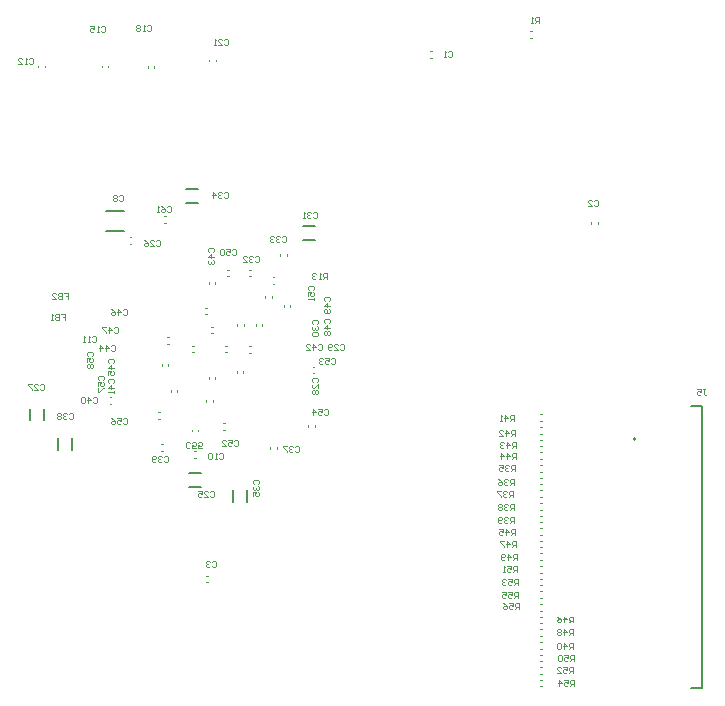
<source format=gbo>
G04*
G04 #@! TF.GenerationSoftware,Altium Limited,Altium Designer,20.1.11 (218)*
G04*
G04 Layer_Color=32896*
%FSLAX25Y25*%
%MOIN*%
G70*
G04*
G04 #@! TF.SameCoordinates,79C4E474-355B-46CA-A0E8-57BC19F8BC65*
G04*
G04*
G04 #@! TF.FilePolarity,Positive*
G04*
G01*
G75*
%ADD10C,0.00787*%
%ADD11C,0.00600*%
%ADD17C,0.00300*%
%ADD18C,0.00500*%
%ADD23C,0.00400*%
D10*
X546136Y248039D02*
G03*
X546136Y248039I-394J0D01*
G01*
X369668Y324192D02*
X375573D01*
X369668Y317499D02*
X375573D01*
D11*
X397425Y236802D02*
X401362D01*
X397425Y232077D02*
X401362D01*
X411864Y227098D02*
Y231035D01*
X416588Y227098D02*
Y231035D01*
X435307Y314354D02*
X439244D01*
X435307Y319078D02*
X439244D01*
X396214Y331453D02*
X400151D01*
X396214Y326728D02*
X400151D01*
X358339Y244482D02*
Y248419D01*
X353614Y244482D02*
Y248419D01*
X344126Y254256D02*
Y258193D01*
X348850Y254256D02*
Y258193D01*
D17*
X402700Y289646D02*
X403300D01*
X402700Y291846D02*
X403300D01*
X404634Y283278D02*
X405234D01*
X404634Y285478D02*
X405234D01*
X409341Y276955D02*
X409941D01*
X409341Y279155D02*
X409941D01*
X390071Y282019D02*
X390671D01*
X390071Y279819D02*
X390671D01*
X398201Y276932D02*
X398801D01*
X398201Y279132D02*
X398801D01*
X405993Y268043D02*
Y268643D01*
X403793Y268043D02*
Y268643D01*
X403015Y260510D02*
Y261110D01*
X405215Y260510D02*
Y261110D01*
X388131Y272317D02*
Y272917D01*
X390331Y272317D02*
Y272917D01*
X391199Y263699D02*
Y264299D01*
X393399Y263699D02*
Y264299D01*
X387076Y256920D02*
X387676D01*
X387076Y254720D02*
X387676D01*
X370812Y259810D02*
X371412D01*
X370812Y262010D02*
X371412D01*
X387968Y244110D02*
X388568D01*
X387968Y246310D02*
X388568D01*
X400380Y250584D02*
Y251184D01*
X398180Y250584D02*
Y251184D01*
X398935Y241726D02*
X399535D01*
X398935Y243926D02*
X399535D01*
X426490Y244718D02*
Y245318D01*
X424290Y244718D02*
Y245318D01*
X408700Y251061D02*
X409300D01*
X408700Y253261D02*
X409300D01*
X439157Y251958D02*
Y252558D01*
X436957Y251958D02*
Y252558D01*
X415420Y269968D02*
Y270568D01*
X413220Y269968D02*
Y270568D01*
X438481Y269909D02*
X439081D01*
X438481Y272109D02*
X439081D01*
X417329Y279051D02*
X417929D01*
X417329Y276851D02*
X417929D01*
X415562Y285784D02*
Y286384D01*
X413362Y285784D02*
Y286384D01*
X419472Y285727D02*
Y286327D01*
X421672Y285727D02*
Y286327D01*
X431110Y292049D02*
Y292649D01*
X428910Y292049D02*
Y292649D01*
X422657Y295008D02*
Y295608D01*
X424857Y295008D02*
Y295608D01*
X425125Y302000D02*
X425725D01*
X425125Y299800D02*
X425725D01*
X406007Y299656D02*
Y300256D01*
X403807Y299656D02*
Y300256D01*
X409976Y304426D02*
X410576D01*
X409976Y302226D02*
X410576D01*
X417403Y304499D02*
X418003D01*
X417403Y302299D02*
X418003D01*
X427697Y309178D02*
Y309778D01*
X429897Y309178D02*
Y309778D01*
X377479Y313048D02*
X378079D01*
X377479Y315248D02*
X378079D01*
X389050Y320032D02*
X389650D01*
X389050Y322232D02*
X389650D01*
X403981Y373925D02*
Y374525D01*
X406181Y373925D02*
Y374525D01*
X383486Y371777D02*
Y372377D01*
X385686Y371777D02*
Y372377D01*
X368194Y371952D02*
Y372552D01*
X370394Y371952D02*
Y372552D01*
X347015Y371941D02*
Y372541D01*
X349215Y371941D02*
Y372541D01*
X477528Y377230D02*
X478128D01*
X477528Y375030D02*
X478128D01*
X510883Y381713D02*
X511482D01*
X510883Y383913D02*
X511482D01*
X531351Y319770D02*
Y320370D01*
X533551Y319770D02*
Y320370D01*
X402923Y200288D02*
X403523D01*
X402923Y202488D02*
X403523D01*
X514228Y193050D02*
X514828D01*
X514228Y190850D02*
X514828D01*
X514228Y197262D02*
X514828D01*
X514228Y195062D02*
X514828D01*
X514228Y165576D02*
X514828D01*
X514228Y167776D02*
X514828D01*
X514228Y201475D02*
X514828D01*
X514228Y199275D02*
X514828D01*
X514228Y169788D02*
X514828D01*
X514228Y171988D02*
X514828D01*
X514228Y205687D02*
X514828D01*
X514228Y203487D02*
X514828D01*
X514228Y174001D02*
X514828D01*
X514228Y176200D02*
X514828D01*
X514228Y209899D02*
X514828D01*
X514228Y207699D02*
X514828D01*
X514228Y182425D02*
X514828D01*
X514228Y184625D02*
X514828D01*
X514228Y214112D02*
X514828D01*
X514228Y211912D02*
X514828D01*
X514228Y186638D02*
X514828D01*
X514228Y188838D02*
X514828D01*
X514228Y218324D02*
X514828D01*
X514228Y216124D02*
X514828D01*
X514228Y243598D02*
X514828D01*
X514228Y241398D02*
X514828D01*
X514228Y247811D02*
X514828D01*
X514228Y245611D02*
X514828D01*
X514228Y252023D02*
X514828D01*
X514228Y249823D02*
X514828D01*
X514228Y256236D02*
X514828D01*
X514228Y254035D02*
X514828D01*
X514228Y180413D02*
X514828D01*
X514228Y178213D02*
X514828D01*
X514228Y222537D02*
X514828D01*
X514228Y220337D02*
X514828D01*
X514228Y226749D02*
X514828D01*
X514228Y224549D02*
X514828D01*
X514228Y230961D02*
X514828D01*
X514228Y228761D02*
X514828D01*
X514228Y235174D02*
X514828D01*
X514228Y232974D02*
X514828D01*
X514228Y239386D02*
X514828D01*
X514228Y237186D02*
X514828D01*
D18*
X568380Y164909D02*
Y259122D01*
X564640Y164909D02*
X568380D01*
X564640Y259122D02*
X568380D01*
D23*
X390053Y325390D02*
X390386Y325723D01*
X391053D01*
X391386Y325390D01*
Y324057D01*
X391053Y323723D01*
X390386D01*
X390053Y324057D01*
X388054Y325723D02*
X388720Y325390D01*
X389387Y324723D01*
Y324057D01*
X389053Y323723D01*
X388387D01*
X388054Y324057D01*
Y324390D01*
X388387Y324723D01*
X389387D01*
X387387Y323723D02*
X386721D01*
X387054D01*
Y325723D01*
X387387Y325390D01*
X568767Y264599D02*
X569434D01*
X569100D01*
Y262933D01*
X569434Y262600D01*
X569767D01*
X570100Y262933D01*
X566768Y264599D02*
X568101D01*
Y263600D01*
X567434Y263933D01*
X567101D01*
X566768Y263600D01*
Y262933D01*
X567101Y262600D01*
X567767D01*
X568101Y262933D01*
X440234Y279313D02*
X440567Y279646D01*
X441233D01*
X441567Y279313D01*
Y277980D01*
X441233Y277647D01*
X440567D01*
X440234Y277980D01*
X438568Y277647D02*
Y279646D01*
X439567Y278646D01*
X438234D01*
X436235Y277647D02*
X437568D01*
X436235Y278980D01*
Y279313D01*
X436568Y279646D01*
X437235D01*
X437568Y279313D01*
X403796Y310239D02*
X403463Y310572D01*
Y311238D01*
X403796Y311572D01*
X405129D01*
X405462Y311238D01*
Y310572D01*
X405129Y310239D01*
X405462Y308572D02*
X403463D01*
X404462Y309572D01*
Y308239D01*
X403796Y307573D02*
X403463Y307240D01*
Y306573D01*
X403796Y306240D01*
X404129D01*
X404462Y306573D01*
Y306906D01*
Y306573D01*
X404796Y306240D01*
X405129D01*
X405462Y306573D01*
Y307240D01*
X405129Y307573D01*
X371221Y278928D02*
X371554Y279261D01*
X372221D01*
X372554Y278928D01*
Y277595D01*
X372221Y277262D01*
X371554D01*
X371221Y277595D01*
X369555Y277262D02*
Y279261D01*
X370554Y278262D01*
X369222D01*
X367555Y277262D02*
Y279261D01*
X368555Y278262D01*
X367222D01*
X375161Y291034D02*
X375494Y291367D01*
X376161D01*
X376494Y291034D01*
Y289701D01*
X376161Y289368D01*
X375494D01*
X375161Y289701D01*
X373495Y289368D02*
Y291367D01*
X374495Y290368D01*
X373162D01*
X371163Y291367D02*
X371829Y291034D01*
X372495Y290368D01*
Y289701D01*
X372162Y289368D01*
X371496D01*
X371163Y289701D01*
Y290035D01*
X371496Y290368D01*
X372495D01*
X370730Y273484D02*
X370397Y273817D01*
Y274484D01*
X370730Y274817D01*
X372063D01*
X372396Y274484D01*
Y273817D01*
X372063Y273484D01*
X372396Y271818D02*
X370397D01*
X371396Y272818D01*
Y271485D01*
X370397Y269485D02*
Y270818D01*
X371396D01*
X371063Y270152D01*
Y269819D01*
X371396Y269485D01*
X372063D01*
X372396Y269819D01*
Y270485D01*
X372063Y270818D01*
X370651Y266859D02*
X370318Y267192D01*
Y267859D01*
X370651Y268192D01*
X371984D01*
X372317Y267859D01*
Y267192D01*
X371984Y266859D01*
X372317Y265193D02*
X370318D01*
X371318Y266193D01*
Y264860D01*
X372317Y264193D02*
Y263527D01*
Y263860D01*
X370318D01*
X370651Y264193D01*
X444547Y274649D02*
X444880Y274983D01*
X445546D01*
X445880Y274649D01*
Y273317D01*
X445546Y272983D01*
X444880D01*
X444547Y273317D01*
X442547Y274983D02*
X443880D01*
Y273983D01*
X443214Y274316D01*
X442880D01*
X442547Y273983D01*
Y273317D01*
X442880Y272983D01*
X443547D01*
X443880Y273317D01*
X441881Y274649D02*
X441547Y274983D01*
X440881D01*
X440548Y274649D01*
Y274316D01*
X440881Y273983D01*
X441214D01*
X440881D01*
X440548Y273650D01*
Y273317D01*
X440881Y272983D01*
X441547D01*
X441881Y273317D01*
X412331Y247241D02*
X412664Y247574D01*
X413331D01*
X413664Y247241D01*
Y245908D01*
X413331Y245575D01*
X412664D01*
X412331Y245908D01*
X410332Y247574D02*
X411665D01*
Y246574D01*
X410998Y246908D01*
X410665D01*
X410332Y246574D01*
Y245908D01*
X410665Y245575D01*
X411332D01*
X411665Y245908D01*
X408332Y245575D02*
X409665D01*
X408332Y246908D01*
Y247241D01*
X408666Y247574D01*
X409332D01*
X409665Y247241D01*
X372137Y284906D02*
X372470Y285240D01*
X373137D01*
X373470Y284906D01*
Y283573D01*
X373137Y283240D01*
X372470D01*
X372137Y283573D01*
X370471Y283240D02*
Y285240D01*
X371471Y284240D01*
X370138D01*
X369471Y285240D02*
X368138D01*
Y284906D01*
X369471Y283573D01*
Y283240D01*
X442583Y286867D02*
X442250Y287201D01*
Y287867D01*
X442583Y288200D01*
X443916D01*
X444249Y287867D01*
Y287201D01*
X443916Y286867D01*
X444249Y285201D02*
X442250D01*
X443249Y286201D01*
Y284868D01*
X442583Y284202D02*
X442250Y283868D01*
Y283202D01*
X442583Y282869D01*
X442916D01*
X443249Y283202D01*
X443583Y282869D01*
X443916D01*
X444249Y283202D01*
Y283868D01*
X443916Y284202D01*
X443583D01*
X443249Y283868D01*
X442916Y284202D01*
X442583D01*
X443249Y283868D02*
Y283202D01*
X442177Y257843D02*
X442511Y258176D01*
X443177D01*
X443510Y257843D01*
Y256510D01*
X443177Y256177D01*
X442511D01*
X442177Y256510D01*
X440178Y258176D02*
X441511D01*
Y257176D01*
X440844Y257509D01*
X440511D01*
X440178Y257176D01*
Y256510D01*
X440511Y256177D01*
X441178D01*
X441511Y256510D01*
X438512Y256177D02*
Y258176D01*
X439512Y257176D01*
X438179D01*
X397713Y245444D02*
X397380Y245111D01*
X396714D01*
X396381Y245444D01*
Y246777D01*
X396714Y247111D01*
X397380D01*
X397713Y246777D01*
X399713Y245111D02*
X398380D01*
Y246111D01*
X399046Y245778D01*
X399380D01*
X399713Y246111D01*
Y246777D01*
X399380Y247111D01*
X398713D01*
X398380Y246777D01*
X401712Y245111D02*
X400379D01*
Y246111D01*
X401046Y245778D01*
X401379D01*
X401712Y246111D01*
Y246777D01*
X401379Y247111D01*
X400713D01*
X400379Y246777D01*
X367260Y267884D02*
X366927Y268218D01*
Y268884D01*
X367260Y269217D01*
X368593D01*
X368926Y268884D01*
Y268218D01*
X368593Y267884D01*
X366927Y265885D02*
Y267218D01*
X367926D01*
X367593Y266552D01*
Y266218D01*
X367926Y265885D01*
X368593D01*
X368926Y266218D01*
Y266885D01*
X368593Y267218D01*
X366927Y265219D02*
Y263886D01*
X367260D01*
X368593Y265219D01*
X368926D01*
X375415Y254601D02*
X375748Y254934D01*
X376414D01*
X376748Y254601D01*
Y253268D01*
X376414Y252935D01*
X375748D01*
X375415Y253268D01*
X373415Y254934D02*
X374748D01*
Y253935D01*
X374082Y254268D01*
X373749D01*
X373415Y253935D01*
Y253268D01*
X373749Y252935D01*
X374415D01*
X374748Y253268D01*
X371416Y254934D02*
X372082Y254601D01*
X372749Y253935D01*
Y253268D01*
X372416Y252935D01*
X371749D01*
X371416Y253268D01*
Y253602D01*
X371749Y253935D01*
X372749D01*
X437284Y297873D02*
X436951Y298206D01*
Y298872D01*
X437284Y299205D01*
X438617D01*
X438950Y298872D01*
Y298206D01*
X438617Y297873D01*
X436951Y295873D02*
Y297206D01*
X437951D01*
X437617Y296540D01*
Y296206D01*
X437951Y295873D01*
X438617D01*
X438950Y296206D01*
Y296873D01*
X438617Y297206D01*
X438950Y295207D02*
Y294540D01*
Y294874D01*
X436951D01*
X437284Y295207D01*
X411755Y311190D02*
X412088Y311523D01*
X412755D01*
X413088Y311190D01*
Y309857D01*
X412755Y309524D01*
X412088D01*
X411755Y309857D01*
X409756Y311523D02*
X411089D01*
Y310524D01*
X410422Y310857D01*
X410089D01*
X409756Y310524D01*
Y309857D01*
X410089Y309524D01*
X410755D01*
X411089Y309857D01*
X409089Y311190D02*
X408756Y311523D01*
X408090D01*
X407757Y311190D01*
Y309857D01*
X408090Y309524D01*
X408756D01*
X409089Y309857D01*
Y311190D01*
X363553Y275850D02*
X363220Y276184D01*
Y276850D01*
X363553Y277183D01*
X364886D01*
X365219Y276850D01*
Y276184D01*
X364886Y275850D01*
X363220Y273851D02*
Y275184D01*
X364219D01*
X363886Y274517D01*
Y274184D01*
X364219Y273851D01*
X364886D01*
X365219Y274184D01*
Y274851D01*
X364886Y275184D01*
X363553Y273184D02*
X363220Y272851D01*
Y272185D01*
X363553Y271852D01*
X363886D01*
X364219Y272185D01*
X364552Y271852D01*
X364886D01*
X365219Y272185D01*
Y272851D01*
X364886Y273184D01*
X364552D01*
X364219Y272851D01*
X363886Y273184D01*
X363553D01*
X364219Y272851D02*
Y272185D01*
X442583Y293933D02*
X442250Y294266D01*
Y294932D01*
X442583Y295265D01*
X443916D01*
X444249Y294932D01*
Y294266D01*
X443916Y293933D01*
X444249Y292266D02*
X442250D01*
X443249Y293266D01*
Y291933D01*
X443916Y291267D02*
X444249Y290933D01*
Y290267D01*
X443916Y289934D01*
X442583D01*
X442250Y290267D01*
Y290933D01*
X442583Y291267D01*
X442916D01*
X443249Y290933D01*
Y289934D01*
X365227Y261656D02*
X365560Y261989D01*
X366227D01*
X366560Y261656D01*
Y260323D01*
X366227Y259990D01*
X365560D01*
X365227Y260323D01*
X363561Y259990D02*
Y261989D01*
X364560Y260989D01*
X363228D01*
X362561Y261656D02*
X362228Y261989D01*
X361561D01*
X361228Y261656D01*
Y260323D01*
X361561Y259990D01*
X362228D01*
X362561Y260323D01*
Y261656D01*
X388925Y242043D02*
X389258Y242376D01*
X389924D01*
X390258Y242043D01*
Y240710D01*
X389924Y240376D01*
X389258D01*
X388925Y240710D01*
X388258Y242043D02*
X387925Y242376D01*
X387259D01*
X386925Y242043D01*
Y241709D01*
X387259Y241376D01*
X387592D01*
X387259D01*
X386925Y241043D01*
Y240710D01*
X387259Y240376D01*
X387925D01*
X388258Y240710D01*
X386259D02*
X385926Y240376D01*
X385259D01*
X384926Y240710D01*
Y242043D01*
X385259Y242376D01*
X385926D01*
X386259Y242043D01*
Y241709D01*
X385926Y241376D01*
X384926D01*
X357167Y256466D02*
X357500Y256799D01*
X358167D01*
X358500Y256466D01*
Y255133D01*
X358167Y254800D01*
X357500D01*
X357167Y255133D01*
X356501Y256466D02*
X356167Y256799D01*
X355501D01*
X355168Y256466D01*
Y256133D01*
X355501Y255800D01*
X355834D01*
X355501D01*
X355168Y255466D01*
Y255133D01*
X355501Y254800D01*
X356167D01*
X356501Y255133D01*
X354501Y256466D02*
X354168Y256799D01*
X353502D01*
X353168Y256466D01*
Y256133D01*
X353502Y255800D01*
X353168Y255466D01*
Y255133D01*
X353502Y254800D01*
X354168D01*
X354501Y255133D01*
Y255466D01*
X354168Y255800D01*
X354501Y256133D01*
Y256466D01*
X354168Y255800D02*
X353502D01*
X432704Y245459D02*
X433037Y245793D01*
X433704D01*
X434037Y245459D01*
Y244126D01*
X433704Y243793D01*
X433037D01*
X432704Y244126D01*
X432038Y245459D02*
X431704Y245793D01*
X431038D01*
X430705Y245459D01*
Y245126D01*
X431038Y244793D01*
X431371D01*
X431038D01*
X430705Y244460D01*
Y244126D01*
X431038Y243793D01*
X431704D01*
X432038Y244126D01*
X430038Y245793D02*
X428705D01*
Y245459D01*
X430038Y244126D01*
Y243793D01*
X418871Y233064D02*
X418537Y233397D01*
Y234063D01*
X418871Y234397D01*
X420203D01*
X420537Y234063D01*
Y233397D01*
X420203Y233064D01*
X418871Y232397D02*
X418537Y232064D01*
Y231398D01*
X418871Y231064D01*
X419204D01*
X419537Y231398D01*
Y231731D01*
Y231398D01*
X419870Y231064D01*
X420203D01*
X420537Y231398D01*
Y232064D01*
X420203Y232397D01*
X418537Y229065D02*
Y230398D01*
X419537D01*
X419204Y229731D01*
Y229398D01*
X419537Y229065D01*
X420203D01*
X420537Y229398D01*
Y230065D01*
X420203Y230398D01*
X408996Y330065D02*
X409330Y330398D01*
X409996D01*
X410329Y330065D01*
Y328732D01*
X409996Y328399D01*
X409330D01*
X408996Y328732D01*
X408330Y330065D02*
X407997Y330398D01*
X407330D01*
X406997Y330065D01*
Y329732D01*
X407330Y329399D01*
X407663D01*
X407330D01*
X406997Y329065D01*
Y328732D01*
X407330Y328399D01*
X407997D01*
X408330Y328732D01*
X405331Y328399D02*
Y330398D01*
X406330Y329399D01*
X404998D01*
X428349Y315513D02*
X428682Y315846D01*
X429348D01*
X429682Y315513D01*
Y314180D01*
X429348Y313847D01*
X428682D01*
X428349Y314180D01*
X427682Y315513D02*
X427349Y315846D01*
X426683D01*
X426349Y315513D01*
Y315180D01*
X426683Y314846D01*
X427016D01*
X426683D01*
X426349Y314513D01*
Y314180D01*
X426683Y313847D01*
X427349D01*
X427682Y314180D01*
X425683Y315513D02*
X425350Y315846D01*
X424683D01*
X424350Y315513D01*
Y315180D01*
X424683Y314846D01*
X425016D01*
X424683D01*
X424350Y314513D01*
Y314180D01*
X424683Y313847D01*
X425350D01*
X425683Y314180D01*
X419285Y308820D02*
X419618Y309153D01*
X420285D01*
X420618Y308820D01*
Y307487D01*
X420285Y307154D01*
X419618D01*
X419285Y307487D01*
X418619Y308820D02*
X418285Y309153D01*
X417619D01*
X417286Y308820D01*
Y308486D01*
X417619Y308153D01*
X417952D01*
X417619D01*
X417286Y307820D01*
Y307487D01*
X417619Y307154D01*
X418285D01*
X418619Y307487D01*
X415286Y307154D02*
X416619D01*
X415286Y308486D01*
Y308820D01*
X415620Y309153D01*
X416286D01*
X416619Y308820D01*
X438598Y323252D02*
X438931Y323585D01*
X439598D01*
X439931Y323252D01*
Y321919D01*
X439598Y321586D01*
X438931D01*
X438598Y321919D01*
X437931Y323252D02*
X437598Y323585D01*
X436932D01*
X436598Y323252D01*
Y322919D01*
X436932Y322585D01*
X437265D01*
X436932D01*
X436598Y322252D01*
Y321919D01*
X436932Y321586D01*
X437598D01*
X437931Y321919D01*
X435932Y321586D02*
X435265D01*
X435599D01*
Y323585D01*
X435932Y323252D01*
X438643Y286460D02*
X438310Y286793D01*
Y287459D01*
X438643Y287793D01*
X439976D01*
X440309Y287459D01*
Y286793D01*
X439976Y286460D01*
X438643Y285793D02*
X438310Y285460D01*
Y284794D01*
X438643Y284460D01*
X438976D01*
X439309Y284794D01*
Y285127D01*
Y284794D01*
X439642Y284460D01*
X439976D01*
X440309Y284794D01*
Y285460D01*
X439976Y285793D01*
X438643Y283794D02*
X438310Y283461D01*
Y282794D01*
X438643Y282461D01*
X439976D01*
X440309Y282794D01*
Y283461D01*
X439976Y283794D01*
X438643D01*
X447526Y279392D02*
X447859Y279725D01*
X448526D01*
X448859Y279392D01*
Y278059D01*
X448526Y277726D01*
X447859D01*
X447526Y278059D01*
X445527Y277726D02*
X446860D01*
X445527Y279059D01*
Y279392D01*
X445860Y279725D01*
X446526D01*
X446860Y279392D01*
X444860Y278059D02*
X444527Y277726D01*
X443861D01*
X443527Y278059D01*
Y279392D01*
X443861Y279725D01*
X444527D01*
X444860Y279392D01*
Y279059D01*
X444527Y278726D01*
X443527D01*
X438729Y266907D02*
X438396Y267241D01*
Y267907D01*
X438729Y268240D01*
X440062D01*
X440395Y267907D01*
Y267241D01*
X440062Y266907D01*
X440395Y264908D02*
Y266241D01*
X439062Y264908D01*
X438729D01*
X438396Y265241D01*
Y265908D01*
X438729Y266241D01*
Y264242D02*
X438396Y263908D01*
Y263242D01*
X438729Y262909D01*
X439062D01*
X439396Y263242D01*
X439729Y262909D01*
X440062D01*
X440395Y263242D01*
Y263908D01*
X440062Y264242D01*
X439729D01*
X439396Y263908D01*
X439062Y264242D01*
X438729D01*
X439396Y263908D02*
Y263242D01*
X347667Y266166D02*
X348000Y266499D01*
X348667D01*
X349000Y266166D01*
Y264833D01*
X348667Y264500D01*
X348000D01*
X347667Y264833D01*
X345668Y264500D02*
X347001D01*
X345668Y265833D01*
Y266166D01*
X346001Y266499D01*
X346667D01*
X347001Y266166D01*
X345001Y266499D02*
X343668D01*
Y266166D01*
X345001Y264833D01*
Y264500D01*
X386272Y313913D02*
X386606Y314247D01*
X387272D01*
X387605Y313913D01*
Y312580D01*
X387272Y312247D01*
X386606D01*
X386272Y312580D01*
X384273Y312247D02*
X385606D01*
X384273Y313580D01*
Y313913D01*
X384606Y314247D01*
X385273D01*
X385606Y313913D01*
X382274Y314247D02*
X382940Y313913D01*
X383607Y313247D01*
Y312580D01*
X383273Y312247D01*
X382607D01*
X382274Y312580D01*
Y312914D01*
X382607Y313247D01*
X383607D01*
X404196Y230390D02*
X404530Y230724D01*
X405196D01*
X405529Y230390D01*
Y229058D01*
X405196Y228724D01*
X404530D01*
X404196Y229058D01*
X402197Y228724D02*
X403530D01*
X402197Y230057D01*
Y230390D01*
X402530Y230724D01*
X403197D01*
X403530Y230390D01*
X400198Y230724D02*
X401531D01*
Y229724D01*
X400864Y230057D01*
X400531D01*
X400198Y229724D01*
Y229058D01*
X400531Y228724D01*
X401197D01*
X401531Y229058D01*
X507210Y191230D02*
Y193229D01*
X506210D01*
X505877Y192896D01*
Y192229D01*
X506210Y191896D01*
X507210D01*
X506543D02*
X505877Y191230D01*
X503877Y193229D02*
X505210D01*
Y192229D01*
X504544Y192562D01*
X504211D01*
X503877Y192229D01*
Y191563D01*
X504211Y191230D01*
X504877D01*
X505210Y191563D01*
X501878Y193229D02*
X502544Y192896D01*
X503211Y192229D01*
Y191563D01*
X502878Y191230D01*
X502211D01*
X501878Y191563D01*
Y191896D01*
X502211Y192229D01*
X503211D01*
X507065Y194977D02*
Y196976D01*
X506066D01*
X505733Y196643D01*
Y195976D01*
X506066Y195643D01*
X507065D01*
X506399D02*
X505733Y194977D01*
X503733Y196976D02*
X505066D01*
Y195976D01*
X504400Y196310D01*
X504066D01*
X503733Y195976D01*
Y195310D01*
X504066Y194977D01*
X504733D01*
X505066Y195310D01*
X501734Y196976D02*
X503067D01*
Y195976D01*
X502400Y196310D01*
X502067D01*
X501734Y195976D01*
Y195310D01*
X502067Y194977D01*
X502734D01*
X503067Y195310D01*
X525513Y165865D02*
Y167864D01*
X524513D01*
X524180Y167531D01*
Y166864D01*
X524513Y166531D01*
X525513D01*
X524846D02*
X524180Y165865D01*
X522181Y167864D02*
X523513D01*
Y166864D01*
X522847Y167198D01*
X522514D01*
X522181Y166864D01*
Y166198D01*
X522514Y165865D01*
X523180D01*
X523513Y166198D01*
X520514Y165865D02*
Y167864D01*
X521514Y166864D01*
X520181D01*
X506921Y199300D02*
Y201300D01*
X505922D01*
X505588Y200966D01*
Y200300D01*
X505922Y199967D01*
X506921D01*
X506255D02*
X505588Y199300D01*
X503589Y201300D02*
X504922D01*
Y200300D01*
X504256Y200633D01*
X503922D01*
X503589Y200300D01*
Y199634D01*
X503922Y199300D01*
X504589D01*
X504922Y199634D01*
X502923Y200966D02*
X502589Y201300D01*
X501923D01*
X501590Y200966D01*
Y200633D01*
X501923Y200300D01*
X502256D01*
X501923D01*
X501590Y199967D01*
Y199634D01*
X501923Y199300D01*
X502589D01*
X502923Y199634D01*
X525369Y169900D02*
Y171899D01*
X524369D01*
X524036Y171566D01*
Y170900D01*
X524369Y170566D01*
X525369D01*
X524702D02*
X524036Y169900D01*
X522036Y171899D02*
X523369D01*
Y170900D01*
X522703Y171233D01*
X522370D01*
X522036Y170900D01*
Y170233D01*
X522370Y169900D01*
X523036D01*
X523369Y170233D01*
X520037Y169900D02*
X521370D01*
X520037Y171233D01*
Y171566D01*
X520370Y171899D01*
X521037D01*
X521370Y171566D01*
X506633Y203624D02*
Y205623D01*
X505633D01*
X505300Y205290D01*
Y204624D01*
X505633Y204290D01*
X506633D01*
X505967D02*
X505300Y203624D01*
X503301Y205623D02*
X504634D01*
Y204624D01*
X503967Y204957D01*
X503634D01*
X503301Y204624D01*
Y203957D01*
X503634Y203624D01*
X504300D01*
X504634Y203957D01*
X502634Y203624D02*
X501968D01*
X502301D01*
Y205623D01*
X502634Y205290D01*
X525513Y173935D02*
Y175935D01*
X524513D01*
X524180Y175601D01*
Y174935D01*
X524513Y174602D01*
X525513D01*
X524846D02*
X524180Y173935D01*
X522181Y175935D02*
X523513D01*
Y174935D01*
X522847Y175268D01*
X522514D01*
X522181Y174935D01*
Y174268D01*
X522514Y173935D01*
X523180D01*
X523513Y174268D01*
X521514Y175601D02*
X521181Y175935D01*
X520514D01*
X520181Y175601D01*
Y174268D01*
X520514Y173935D01*
X521181D01*
X521514Y174268D01*
Y175601D01*
X506489Y207659D02*
Y209659D01*
X505489D01*
X505156Y209325D01*
Y208659D01*
X505489Y208326D01*
X506489D01*
X505823D02*
X505156Y207659D01*
X503490D02*
Y209659D01*
X504490Y208659D01*
X503157D01*
X502490Y207992D02*
X502157Y207659D01*
X501491D01*
X501157Y207992D01*
Y209325D01*
X501491Y209659D01*
X502157D01*
X502490Y209325D01*
Y208992D01*
X502157Y208659D01*
X501157D01*
X525313Y182660D02*
Y184659D01*
X524314D01*
X523980Y184326D01*
Y183660D01*
X524314Y183326D01*
X525313D01*
X524647D02*
X523980Y182660D01*
X522314D02*
Y184659D01*
X523314Y183660D01*
X521981D01*
X521315Y184326D02*
X520981Y184659D01*
X520315D01*
X519982Y184326D01*
Y183993D01*
X520315Y183660D01*
X519982Y183326D01*
Y182993D01*
X520315Y182660D01*
X520981D01*
X521315Y182993D01*
Y183326D01*
X520981Y183660D01*
X521315Y183993D01*
Y184326D01*
X520981Y183660D02*
X520315D01*
X506345Y212127D02*
Y214126D01*
X505345D01*
X505012Y213793D01*
Y213127D01*
X505345Y212793D01*
X506345D01*
X505678D02*
X505012Y212127D01*
X503346D02*
Y214126D01*
X504346Y213127D01*
X503013D01*
X502346Y214126D02*
X501013D01*
Y213793D01*
X502346Y212460D01*
Y212127D01*
X525133Y186887D02*
Y188886D01*
X524134D01*
X523801Y188553D01*
Y187887D01*
X524134Y187553D01*
X525133D01*
X524467D02*
X523801Y186887D01*
X522134D02*
Y188886D01*
X523134Y187887D01*
X521801D01*
X519802Y188886D02*
X520468Y188553D01*
X521135Y187887D01*
Y187220D01*
X520801Y186887D01*
X520135D01*
X519802Y187220D01*
Y187553D01*
X520135Y187887D01*
X521135D01*
X505912Y216018D02*
Y218018D01*
X504913D01*
X504580Y217684D01*
Y217018D01*
X504913Y216685D01*
X505912D01*
X505246D02*
X504580Y216018D01*
X502914D02*
Y218018D01*
X503913Y217018D01*
X502580D01*
X500581Y218018D02*
X501914D01*
Y217018D01*
X501247Y217351D01*
X500914D01*
X500581Y217018D01*
Y216351D01*
X500914Y216018D01*
X501581D01*
X501914Y216351D01*
X506201Y241383D02*
Y243383D01*
X505201D01*
X504868Y243049D01*
Y242383D01*
X505201Y242050D01*
X506201D01*
X505534D02*
X504868Y241383D01*
X503202D02*
Y243383D01*
X504201Y242383D01*
X502869D01*
X501202Y241383D02*
Y243383D01*
X502202Y242383D01*
X500869D01*
X506201Y245130D02*
Y247130D01*
X505201D01*
X504868Y246796D01*
Y246130D01*
X505201Y245797D01*
X506201D01*
X505534D02*
X504868Y245130D01*
X503202D02*
Y247130D01*
X504201Y246130D01*
X502869D01*
X502202Y246796D02*
X501869Y247130D01*
X501202D01*
X500869Y246796D01*
Y246463D01*
X501202Y246130D01*
X501536D01*
X501202D01*
X500869Y245797D01*
Y245463D01*
X501202Y245130D01*
X501869D01*
X502202Y245463D01*
X505912Y249166D02*
Y251165D01*
X504913D01*
X504580Y250832D01*
Y250165D01*
X504913Y249832D01*
X505912D01*
X505246D02*
X504580Y249166D01*
X502914D02*
Y251165D01*
X503913Y250165D01*
X502580D01*
X500581Y249166D02*
X501914D01*
X500581Y250499D01*
Y250832D01*
X500914Y251165D01*
X501581D01*
X501914Y250832D01*
X505768Y254066D02*
Y256065D01*
X504769D01*
X504435Y255732D01*
Y255065D01*
X504769Y254732D01*
X505768D01*
X505102D02*
X504435Y254066D01*
X502769D02*
Y256065D01*
X503769Y255065D01*
X502436D01*
X501770Y254066D02*
X501103D01*
X501437D01*
Y256065D01*
X501770Y255732D01*
X525133Y177983D02*
Y179983D01*
X524134D01*
X523801Y179650D01*
Y178983D01*
X524134Y178650D01*
X525133D01*
X524467D02*
X523801Y177983D01*
X522134D02*
Y179983D01*
X523134Y178983D01*
X521801D01*
X521135Y179650D02*
X520801Y179983D01*
X520135D01*
X519802Y179650D01*
Y178317D01*
X520135Y177983D01*
X520801D01*
X521135Y178317D01*
Y179650D01*
X505480Y220198D02*
Y222197D01*
X504481D01*
X504147Y221864D01*
Y221197D01*
X504481Y220864D01*
X505480D01*
X504814D02*
X504147Y220198D01*
X503481Y221864D02*
X503148Y222197D01*
X502481D01*
X502148Y221864D01*
Y221531D01*
X502481Y221197D01*
X502814D01*
X502481D01*
X502148Y220864D01*
Y220531D01*
X502481Y220198D01*
X503148D01*
X503481Y220531D01*
X501481D02*
X501148Y220198D01*
X500482D01*
X500149Y220531D01*
Y221864D01*
X500482Y222197D01*
X501148D01*
X501481Y221864D01*
Y221531D01*
X501148Y221197D01*
X500149D01*
X505624Y224377D02*
Y226376D01*
X504625D01*
X504291Y226043D01*
Y225377D01*
X504625Y225044D01*
X505624D01*
X504958D02*
X504291Y224377D01*
X503625Y226043D02*
X503292Y226376D01*
X502625D01*
X502292Y226043D01*
Y225710D01*
X502625Y225377D01*
X502958D01*
X502625D01*
X502292Y225044D01*
Y224710D01*
X502625Y224377D01*
X503292D01*
X503625Y224710D01*
X501626Y226043D02*
X501292Y226376D01*
X500626D01*
X500293Y226043D01*
Y225710D01*
X500626Y225377D01*
X500293Y225044D01*
Y224710D01*
X500626Y224377D01*
X501292D01*
X501626Y224710D01*
Y225044D01*
X501292Y225377D01*
X501626Y225710D01*
Y226043D01*
X501292Y225377D02*
X500626D01*
X505336Y228845D02*
Y230844D01*
X504336D01*
X504003Y230511D01*
Y229844D01*
X504336Y229511D01*
X505336D01*
X504670D02*
X504003Y228845D01*
X503337Y230511D02*
X503004Y230844D01*
X502337D01*
X502004Y230511D01*
Y230178D01*
X502337Y229844D01*
X502670D01*
X502337D01*
X502004Y229511D01*
Y229178D01*
X502337Y228845D01*
X503004D01*
X503337Y229178D01*
X501337Y230844D02*
X500004D01*
Y230511D01*
X501337Y229178D01*
Y228845D01*
X505480Y232736D02*
Y234735D01*
X504481D01*
X504147Y234402D01*
Y233736D01*
X504481Y233402D01*
X505480D01*
X504814D02*
X504147Y232736D01*
X503481Y234402D02*
X503148Y234735D01*
X502481D01*
X502148Y234402D01*
Y234069D01*
X502481Y233736D01*
X502814D01*
X502481D01*
X502148Y233402D01*
Y233069D01*
X502481Y232736D01*
X503148D01*
X503481Y233069D01*
X500149Y234735D02*
X500815Y234402D01*
X501481Y233736D01*
Y233069D01*
X501148Y232736D01*
X500482D01*
X500149Y233069D01*
Y233402D01*
X500482Y233736D01*
X501481D01*
X505912Y237348D02*
Y239347D01*
X504913D01*
X504580Y239014D01*
Y238347D01*
X504913Y238014D01*
X505912D01*
X505246D02*
X504580Y237348D01*
X503913Y239014D02*
X503580Y239347D01*
X502914D01*
X502580Y239014D01*
Y238681D01*
X502914Y238347D01*
X503247D01*
X502914D01*
X502580Y238014D01*
Y237681D01*
X502914Y237348D01*
X503580D01*
X503913Y237681D01*
X500581Y239347D02*
X501914D01*
Y238347D01*
X501247Y238681D01*
X500914D01*
X500581Y238347D01*
Y237681D01*
X500914Y237348D01*
X501581D01*
X501914Y237681D01*
X374019Y328951D02*
X374352Y329284D01*
X375019D01*
X375352Y328951D01*
Y327618D01*
X375019Y327285D01*
X374352D01*
X374019Y327618D01*
X373353Y328951D02*
X373020Y329284D01*
X372353D01*
X372020Y328951D01*
Y328618D01*
X372353Y328285D01*
X372020Y327952D01*
Y327618D01*
X372353Y327285D01*
X373020D01*
X373353Y327618D01*
Y327952D01*
X373020Y328285D01*
X373353Y328618D01*
Y328951D01*
X373020Y328285D02*
X372353D01*
X408962Y381009D02*
X409295Y381342D01*
X409962D01*
X410295Y381009D01*
Y379676D01*
X409962Y379343D01*
X409295D01*
X408962Y379676D01*
X406963Y379343D02*
X408296D01*
X406963Y380676D01*
Y381009D01*
X407296Y381342D01*
X407962D01*
X408296Y381009D01*
X406296Y379343D02*
X405630D01*
X405963D01*
Y381342D01*
X406296Y381009D01*
X383145Y385603D02*
X383478Y385936D01*
X384145D01*
X384478Y385603D01*
Y384270D01*
X384145Y383937D01*
X383478D01*
X383145Y384270D01*
X382479Y383937D02*
X381812D01*
X382145D01*
Y385936D01*
X382479Y385603D01*
X380813D02*
X380479Y385936D01*
X379813D01*
X379480Y385603D01*
Y385269D01*
X379813Y384936D01*
X379480Y384603D01*
Y384270D01*
X379813Y383937D01*
X380479D01*
X380813Y384270D01*
Y384603D01*
X380479Y384936D01*
X380813Y385269D01*
Y385603D01*
X380479Y384936D02*
X379813D01*
X367802Y385419D02*
X368135Y385752D01*
X368801D01*
X369135Y385419D01*
Y384086D01*
X368801Y383753D01*
X368135D01*
X367802Y384086D01*
X367135Y383753D02*
X366469D01*
X366802D01*
Y385752D01*
X367135Y385419D01*
X364136Y385752D02*
X365469D01*
Y384752D01*
X364803Y385086D01*
X364470D01*
X364136Y384752D01*
Y384086D01*
X364470Y383753D01*
X365136D01*
X365469Y384086D01*
X343914Y374853D02*
X344247Y375186D01*
X344914D01*
X345247Y374853D01*
Y373520D01*
X344914Y373187D01*
X344247D01*
X343914Y373520D01*
X343248Y373187D02*
X342581D01*
X342915D01*
Y375186D01*
X343248Y374853D01*
X340249Y373187D02*
X341582D01*
X340249Y374520D01*
Y374853D01*
X340582Y375186D01*
X341248D01*
X341582Y374853D01*
X407374Y243135D02*
X407707Y243469D01*
X408373D01*
X408706Y243135D01*
Y241803D01*
X408373Y241469D01*
X407707D01*
X407374Y241803D01*
X406707Y241469D02*
X406041D01*
X406374D01*
Y243469D01*
X406707Y243135D01*
X405041D02*
X404708Y243469D01*
X404041D01*
X403708Y243135D01*
Y241803D01*
X404041Y241469D01*
X404708D01*
X405041Y241803D01*
Y243135D01*
X364911Y282004D02*
X365245Y282337D01*
X365911D01*
X366244Y282004D01*
Y280671D01*
X365911Y280338D01*
X365245D01*
X364911Y280671D01*
X364245Y280338D02*
X363579D01*
X363912D01*
Y282337D01*
X364245Y282004D01*
X362579Y280338D02*
X361912D01*
X362246D01*
Y282337D01*
X362579Y282004D01*
X404867Y207066D02*
X405200Y207399D01*
X405867D01*
X406200Y207066D01*
Y205733D01*
X405867Y205400D01*
X405200D01*
X404867Y205733D01*
X404201Y207066D02*
X403867Y207399D01*
X403201D01*
X402868Y207066D01*
Y206733D01*
X403201Y206400D01*
X403534D01*
X403201D01*
X402868Y206066D01*
Y205733D01*
X403201Y205400D01*
X403867D01*
X404201Y205733D01*
X443434Y301379D02*
Y303379D01*
X442434D01*
X442101Y303046D01*
Y302379D01*
X442434Y302046D01*
X443434D01*
X442767D02*
X442101Y301379D01*
X441434D02*
X440768D01*
X441101D01*
Y303379D01*
X441434Y303046D01*
X439768D02*
X439435Y303379D01*
X438769D01*
X438436Y303046D01*
Y302712D01*
X438769Y302379D01*
X439102D01*
X438769D01*
X438436Y302046D01*
Y301713D01*
X438769Y301379D01*
X439435D01*
X439768Y301713D01*
X514100Y386600D02*
Y388599D01*
X513100D01*
X512767Y388266D01*
Y387600D01*
X513100Y387266D01*
X514100D01*
X513434D02*
X512767Y386600D01*
X512101D02*
X511434D01*
X511767D01*
Y388599D01*
X512101Y388266D01*
X355504Y296620D02*
X356837D01*
Y295620D01*
X356171D01*
X356837D01*
Y294620D01*
X354838Y296620D02*
Y294620D01*
X353838D01*
X353505Y294954D01*
Y295287D01*
X353838Y295620D01*
X354838D01*
X353838D01*
X353505Y295953D01*
Y296287D01*
X353838Y296620D01*
X354838D01*
X351506Y294620D02*
X352839D01*
X351506Y295953D01*
Y296287D01*
X351839Y296620D01*
X352505D01*
X352839Y296287D01*
X354549Y289616D02*
X355882D01*
Y288617D01*
X355216D01*
X355882D01*
Y287617D01*
X353883Y289616D02*
Y287617D01*
X352883D01*
X352550Y287950D01*
Y288284D01*
X352883Y288617D01*
X353883D01*
X352883D01*
X352550Y288950D01*
Y289283D01*
X352883Y289616D01*
X353883D01*
X351884Y287617D02*
X351217D01*
X351550D01*
Y289616D01*
X351884Y289283D01*
X532267Y327466D02*
X532600Y327799D01*
X533267D01*
X533600Y327466D01*
Y326133D01*
X533267Y325800D01*
X532600D01*
X532267Y326133D01*
X530268Y325800D02*
X531601D01*
X530268Y327133D01*
Y327466D01*
X530601Y327799D01*
X531267D01*
X531601Y327466D01*
X483568Y377076D02*
X483902Y377410D01*
X484568D01*
X484901Y377076D01*
Y375743D01*
X484568Y375410D01*
X483902D01*
X483568Y375743D01*
X482902Y375410D02*
X482236D01*
X482569D01*
Y377410D01*
X482902Y377076D01*
M02*

</source>
